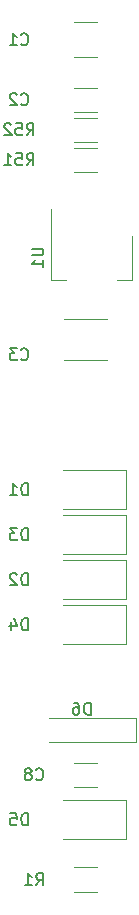
<source format=gbr>
G04 #@! TF.GenerationSoftware,KiCad,Pcbnew,(5.1.4)-1*
G04 #@! TF.CreationDate,2019-10-27T15:44:07+01:00*
G04 #@! TF.ProjectId,stebus,73746562-7573-42e6-9b69-6361645f7063,rev?*
G04 #@! TF.SameCoordinates,Original*
G04 #@! TF.FileFunction,Legend,Bot*
G04 #@! TF.FilePolarity,Positive*
%FSLAX46Y46*%
G04 Gerber Fmt 4.6, Leading zero omitted, Abs format (unit mm)*
G04 Created by KiCad (PCBNEW (5.1.4)-1) date 2019-10-27 15:44:07*
%MOMM*%
%LPD*%
G04 APERTURE LIST*
%ADD10C,0.120000*%
%ADD11C,0.150000*%
G04 APERTURE END LIST*
D10*
X71930000Y-138230000D02*
X73930000Y-138230000D01*
X73930000Y-136090000D02*
X71930000Y-136090000D01*
X70010000Y-80380000D02*
X70010000Y-86390000D01*
X76830000Y-82630000D02*
X76830000Y-86390000D01*
X70010000Y-86390000D02*
X71270000Y-86390000D01*
X76830000Y-86390000D02*
X75570000Y-86390000D01*
X73930000Y-67520000D02*
X71930000Y-67520000D01*
X71930000Y-64560000D02*
X73930000Y-64560000D01*
X73930000Y-72140000D02*
X71930000Y-72140000D01*
X71930000Y-70100000D02*
X73930000Y-70100000D01*
X71930000Y-75180000D02*
X73930000Y-75180000D01*
X73930000Y-77220000D02*
X71930000Y-77220000D01*
X71930000Y-72640000D02*
X73930000Y-72640000D01*
X73930000Y-74680000D02*
X71930000Y-74680000D01*
X73930000Y-129290000D02*
X71930000Y-129290000D01*
X71930000Y-127250000D02*
X73930000Y-127250000D01*
X74730000Y-93170000D02*
X71130000Y-93170000D01*
X71130000Y-89710000D02*
X74730000Y-89710000D01*
X76395000Y-102490000D02*
X76395000Y-105790000D01*
X76395000Y-105790000D02*
X70995000Y-105790000D01*
X76395000Y-102490000D02*
X70995000Y-102490000D01*
X76395000Y-110110000D02*
X70995000Y-110110000D01*
X76395000Y-113410000D02*
X70995000Y-113410000D01*
X76395000Y-110110000D02*
X76395000Y-113410000D01*
X76395000Y-106300000D02*
X70995000Y-106300000D01*
X76395000Y-109600000D02*
X70995000Y-109600000D01*
X76395000Y-106300000D02*
X76395000Y-109600000D01*
X76395000Y-113920000D02*
X76395000Y-117220000D01*
X76395000Y-117220000D02*
X70995000Y-117220000D01*
X76395000Y-113920000D02*
X70995000Y-113920000D01*
X76395000Y-130430000D02*
X70995000Y-130430000D01*
X76395000Y-133730000D02*
X70995000Y-133730000D01*
X76395000Y-130430000D02*
X76395000Y-133730000D01*
X77170000Y-125460000D02*
X69870000Y-125460000D01*
X77170000Y-123460000D02*
X77170000Y-125460000D01*
X69870000Y-123460000D02*
X77170000Y-123460000D01*
D11*
X68746666Y-137612380D02*
X69080000Y-137136190D01*
X69318095Y-137612380D02*
X69318095Y-136612380D01*
X68937142Y-136612380D01*
X68841904Y-136660000D01*
X68794285Y-136707619D01*
X68746666Y-136802857D01*
X68746666Y-136945714D01*
X68794285Y-137040952D01*
X68841904Y-137088571D01*
X68937142Y-137136190D01*
X69318095Y-137136190D01*
X67794285Y-137612380D02*
X68365714Y-137612380D01*
X68080000Y-137612380D02*
X68080000Y-136612380D01*
X68175238Y-136755238D01*
X68270476Y-136850476D01*
X68365714Y-136898095D01*
X68372380Y-83718095D02*
X69181904Y-83718095D01*
X69277142Y-83765714D01*
X69324761Y-83813333D01*
X69372380Y-83908571D01*
X69372380Y-84099047D01*
X69324761Y-84194285D01*
X69277142Y-84241904D01*
X69181904Y-84289523D01*
X68372380Y-84289523D01*
X69372380Y-85289523D02*
X69372380Y-84718095D01*
X69372380Y-85003809D02*
X68372380Y-85003809D01*
X68515238Y-84908571D01*
X68610476Y-84813333D01*
X68658095Y-84718095D01*
X67476666Y-66397142D02*
X67524285Y-66444761D01*
X67667142Y-66492380D01*
X67762380Y-66492380D01*
X67905238Y-66444761D01*
X68000476Y-66349523D01*
X68048095Y-66254285D01*
X68095714Y-66063809D01*
X68095714Y-65920952D01*
X68048095Y-65730476D01*
X68000476Y-65635238D01*
X67905238Y-65540000D01*
X67762380Y-65492380D01*
X67667142Y-65492380D01*
X67524285Y-65540000D01*
X67476666Y-65587619D01*
X66524285Y-66492380D02*
X67095714Y-66492380D01*
X66810000Y-66492380D02*
X66810000Y-65492380D01*
X66905238Y-65635238D01*
X67000476Y-65730476D01*
X67095714Y-65778095D01*
X67476666Y-71477142D02*
X67524285Y-71524761D01*
X67667142Y-71572380D01*
X67762380Y-71572380D01*
X67905238Y-71524761D01*
X68000476Y-71429523D01*
X68048095Y-71334285D01*
X68095714Y-71143809D01*
X68095714Y-71000952D01*
X68048095Y-70810476D01*
X68000476Y-70715238D01*
X67905238Y-70620000D01*
X67762380Y-70572380D01*
X67667142Y-70572380D01*
X67524285Y-70620000D01*
X67476666Y-70667619D01*
X67095714Y-70667619D02*
X67048095Y-70620000D01*
X66952857Y-70572380D01*
X66714761Y-70572380D01*
X66619523Y-70620000D01*
X66571904Y-70667619D01*
X66524285Y-70762857D01*
X66524285Y-70858095D01*
X66571904Y-71000952D01*
X67143333Y-71572380D01*
X66524285Y-71572380D01*
X67952857Y-76652380D02*
X68286190Y-76176190D01*
X68524285Y-76652380D02*
X68524285Y-75652380D01*
X68143333Y-75652380D01*
X68048095Y-75700000D01*
X68000476Y-75747619D01*
X67952857Y-75842857D01*
X67952857Y-75985714D01*
X68000476Y-76080952D01*
X68048095Y-76128571D01*
X68143333Y-76176190D01*
X68524285Y-76176190D01*
X67048095Y-75652380D02*
X67524285Y-75652380D01*
X67571904Y-76128571D01*
X67524285Y-76080952D01*
X67429047Y-76033333D01*
X67190952Y-76033333D01*
X67095714Y-76080952D01*
X67048095Y-76128571D01*
X67000476Y-76223809D01*
X67000476Y-76461904D01*
X67048095Y-76557142D01*
X67095714Y-76604761D01*
X67190952Y-76652380D01*
X67429047Y-76652380D01*
X67524285Y-76604761D01*
X67571904Y-76557142D01*
X66048095Y-76652380D02*
X66619523Y-76652380D01*
X66333809Y-76652380D02*
X66333809Y-75652380D01*
X66429047Y-75795238D01*
X66524285Y-75890476D01*
X66619523Y-75938095D01*
X67952857Y-74112380D02*
X68286190Y-73636190D01*
X68524285Y-74112380D02*
X68524285Y-73112380D01*
X68143333Y-73112380D01*
X68048095Y-73160000D01*
X68000476Y-73207619D01*
X67952857Y-73302857D01*
X67952857Y-73445714D01*
X68000476Y-73540952D01*
X68048095Y-73588571D01*
X68143333Y-73636190D01*
X68524285Y-73636190D01*
X67048095Y-73112380D02*
X67524285Y-73112380D01*
X67571904Y-73588571D01*
X67524285Y-73540952D01*
X67429047Y-73493333D01*
X67190952Y-73493333D01*
X67095714Y-73540952D01*
X67048095Y-73588571D01*
X67000476Y-73683809D01*
X67000476Y-73921904D01*
X67048095Y-74017142D01*
X67095714Y-74064761D01*
X67190952Y-74112380D01*
X67429047Y-74112380D01*
X67524285Y-74064761D01*
X67571904Y-74017142D01*
X66619523Y-73207619D02*
X66571904Y-73160000D01*
X66476666Y-73112380D01*
X66238571Y-73112380D01*
X66143333Y-73160000D01*
X66095714Y-73207619D01*
X66048095Y-73302857D01*
X66048095Y-73398095D01*
X66095714Y-73540952D01*
X66667142Y-74112380D01*
X66048095Y-74112380D01*
X68746666Y-128627142D02*
X68794285Y-128674761D01*
X68937142Y-128722380D01*
X69032380Y-128722380D01*
X69175238Y-128674761D01*
X69270476Y-128579523D01*
X69318095Y-128484285D01*
X69365714Y-128293809D01*
X69365714Y-128150952D01*
X69318095Y-127960476D01*
X69270476Y-127865238D01*
X69175238Y-127770000D01*
X69032380Y-127722380D01*
X68937142Y-127722380D01*
X68794285Y-127770000D01*
X68746666Y-127817619D01*
X68175238Y-128150952D02*
X68270476Y-128103333D01*
X68318095Y-128055714D01*
X68365714Y-127960476D01*
X68365714Y-127912857D01*
X68318095Y-127817619D01*
X68270476Y-127770000D01*
X68175238Y-127722380D01*
X67984761Y-127722380D01*
X67889523Y-127770000D01*
X67841904Y-127817619D01*
X67794285Y-127912857D01*
X67794285Y-127960476D01*
X67841904Y-128055714D01*
X67889523Y-128103333D01*
X67984761Y-128150952D01*
X68175238Y-128150952D01*
X68270476Y-128198571D01*
X68318095Y-128246190D01*
X68365714Y-128341428D01*
X68365714Y-128531904D01*
X68318095Y-128627142D01*
X68270476Y-128674761D01*
X68175238Y-128722380D01*
X67984761Y-128722380D01*
X67889523Y-128674761D01*
X67841904Y-128627142D01*
X67794285Y-128531904D01*
X67794285Y-128341428D01*
X67841904Y-128246190D01*
X67889523Y-128198571D01*
X67984761Y-128150952D01*
X67476666Y-93067142D02*
X67524285Y-93114761D01*
X67667142Y-93162380D01*
X67762380Y-93162380D01*
X67905238Y-93114761D01*
X68000476Y-93019523D01*
X68048095Y-92924285D01*
X68095714Y-92733809D01*
X68095714Y-92590952D01*
X68048095Y-92400476D01*
X68000476Y-92305238D01*
X67905238Y-92210000D01*
X67762380Y-92162380D01*
X67667142Y-92162380D01*
X67524285Y-92210000D01*
X67476666Y-92257619D01*
X67143333Y-92162380D02*
X66524285Y-92162380D01*
X66857619Y-92543333D01*
X66714761Y-92543333D01*
X66619523Y-92590952D01*
X66571904Y-92638571D01*
X66524285Y-92733809D01*
X66524285Y-92971904D01*
X66571904Y-93067142D01*
X66619523Y-93114761D01*
X66714761Y-93162380D01*
X67000476Y-93162380D01*
X67095714Y-93114761D01*
X67143333Y-93067142D01*
X68048095Y-104592380D02*
X68048095Y-103592380D01*
X67810000Y-103592380D01*
X67667142Y-103640000D01*
X67571904Y-103735238D01*
X67524285Y-103830476D01*
X67476666Y-104020952D01*
X67476666Y-104163809D01*
X67524285Y-104354285D01*
X67571904Y-104449523D01*
X67667142Y-104544761D01*
X67810000Y-104592380D01*
X68048095Y-104592380D01*
X66524285Y-104592380D02*
X67095714Y-104592380D01*
X66810000Y-104592380D02*
X66810000Y-103592380D01*
X66905238Y-103735238D01*
X67000476Y-103830476D01*
X67095714Y-103878095D01*
X68048095Y-112212380D02*
X68048095Y-111212380D01*
X67810000Y-111212380D01*
X67667142Y-111260000D01*
X67571904Y-111355238D01*
X67524285Y-111450476D01*
X67476666Y-111640952D01*
X67476666Y-111783809D01*
X67524285Y-111974285D01*
X67571904Y-112069523D01*
X67667142Y-112164761D01*
X67810000Y-112212380D01*
X68048095Y-112212380D01*
X67095714Y-111307619D02*
X67048095Y-111260000D01*
X66952857Y-111212380D01*
X66714761Y-111212380D01*
X66619523Y-111260000D01*
X66571904Y-111307619D01*
X66524285Y-111402857D01*
X66524285Y-111498095D01*
X66571904Y-111640952D01*
X67143333Y-112212380D01*
X66524285Y-112212380D01*
X68048095Y-108402380D02*
X68048095Y-107402380D01*
X67810000Y-107402380D01*
X67667142Y-107450000D01*
X67571904Y-107545238D01*
X67524285Y-107640476D01*
X67476666Y-107830952D01*
X67476666Y-107973809D01*
X67524285Y-108164285D01*
X67571904Y-108259523D01*
X67667142Y-108354761D01*
X67810000Y-108402380D01*
X68048095Y-108402380D01*
X67143333Y-107402380D02*
X66524285Y-107402380D01*
X66857619Y-107783333D01*
X66714761Y-107783333D01*
X66619523Y-107830952D01*
X66571904Y-107878571D01*
X66524285Y-107973809D01*
X66524285Y-108211904D01*
X66571904Y-108307142D01*
X66619523Y-108354761D01*
X66714761Y-108402380D01*
X67000476Y-108402380D01*
X67095714Y-108354761D01*
X67143333Y-108307142D01*
X68048095Y-116022380D02*
X68048095Y-115022380D01*
X67810000Y-115022380D01*
X67667142Y-115070000D01*
X67571904Y-115165238D01*
X67524285Y-115260476D01*
X67476666Y-115450952D01*
X67476666Y-115593809D01*
X67524285Y-115784285D01*
X67571904Y-115879523D01*
X67667142Y-115974761D01*
X67810000Y-116022380D01*
X68048095Y-116022380D01*
X66619523Y-115355714D02*
X66619523Y-116022380D01*
X66857619Y-114974761D02*
X67095714Y-115689047D01*
X66476666Y-115689047D01*
X68048095Y-132532380D02*
X68048095Y-131532380D01*
X67810000Y-131532380D01*
X67667142Y-131580000D01*
X67571904Y-131675238D01*
X67524285Y-131770476D01*
X67476666Y-131960952D01*
X67476666Y-132103809D01*
X67524285Y-132294285D01*
X67571904Y-132389523D01*
X67667142Y-132484761D01*
X67810000Y-132532380D01*
X68048095Y-132532380D01*
X66571904Y-131532380D02*
X67048095Y-131532380D01*
X67095714Y-132008571D01*
X67048095Y-131960952D01*
X66952857Y-131913333D01*
X66714761Y-131913333D01*
X66619523Y-131960952D01*
X66571904Y-132008571D01*
X66524285Y-132103809D01*
X66524285Y-132341904D01*
X66571904Y-132437142D01*
X66619523Y-132484761D01*
X66714761Y-132532380D01*
X66952857Y-132532380D01*
X67048095Y-132484761D01*
X67095714Y-132437142D01*
X73358095Y-123162380D02*
X73358095Y-122162380D01*
X73120000Y-122162380D01*
X72977142Y-122210000D01*
X72881904Y-122305238D01*
X72834285Y-122400476D01*
X72786666Y-122590952D01*
X72786666Y-122733809D01*
X72834285Y-122924285D01*
X72881904Y-123019523D01*
X72977142Y-123114761D01*
X73120000Y-123162380D01*
X73358095Y-123162380D01*
X71929523Y-122162380D02*
X72120000Y-122162380D01*
X72215238Y-122210000D01*
X72262857Y-122257619D01*
X72358095Y-122400476D01*
X72405714Y-122590952D01*
X72405714Y-122971904D01*
X72358095Y-123067142D01*
X72310476Y-123114761D01*
X72215238Y-123162380D01*
X72024761Y-123162380D01*
X71929523Y-123114761D01*
X71881904Y-123067142D01*
X71834285Y-122971904D01*
X71834285Y-122733809D01*
X71881904Y-122638571D01*
X71929523Y-122590952D01*
X72024761Y-122543333D01*
X72215238Y-122543333D01*
X72310476Y-122590952D01*
X72358095Y-122638571D01*
X72405714Y-122733809D01*
M02*

</source>
